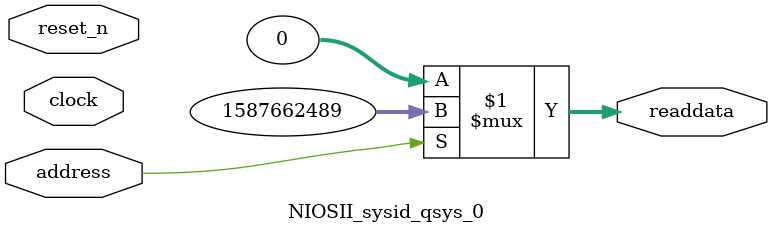
<source format=v>



// synthesis translate_off
`timescale 1ns / 1ps
// synthesis translate_on

// turn off superfluous verilog processor warnings 
// altera message_level Level1 
// altera message_off 10034 10035 10036 10037 10230 10240 10030 

module NIOSII_sysid_qsys_0 (
               // inputs:
                address,
                clock,
                reset_n,

               // outputs:
                readdata
             )
;

  output  [ 31: 0] readdata;
  input            address;
  input            clock;
  input            reset_n;

  wire    [ 31: 0] readdata;
  //control_slave, which is an e_avalon_slave
  assign readdata = address ? 1587662489 : 0;

endmodule



</source>
